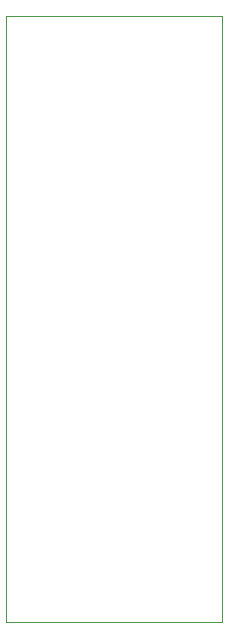
<source format=gm1>
G04 #@! TF.GenerationSoftware,KiCad,Pcbnew,(5.1.6)-1*
G04 #@! TF.CreationDate,2020-06-29T14:48:59-07:00*
G04 #@! TF.ProjectId,devboard,64657662-6f61-4726-942e-6b696361645f,A*
G04 #@! TF.SameCoordinates,PX7c82060PY49a3900*
G04 #@! TF.FileFunction,Profile,NP*
%FSLAX46Y46*%
G04 Gerber Fmt 4.6, Leading zero omitted, Abs format (unit mm)*
G04 Created by KiCad (PCBNEW (5.1.6)-1) date 2020-06-29 14:48:59*
%MOMM*%
%LPD*%
G01*
G04 APERTURE LIST*
G04 #@! TA.AperFunction,Profile*
%ADD10C,0.050800*%
G04 #@! TD*
G04 APERTURE END LIST*
D10*
X0Y-51308000D02*
X0Y0D01*
X18288000Y-51308000D02*
X0Y-51308000D01*
X18288000Y0D02*
X18288000Y-51308000D01*
X0Y0D02*
X18288000Y0D01*
M02*

</source>
